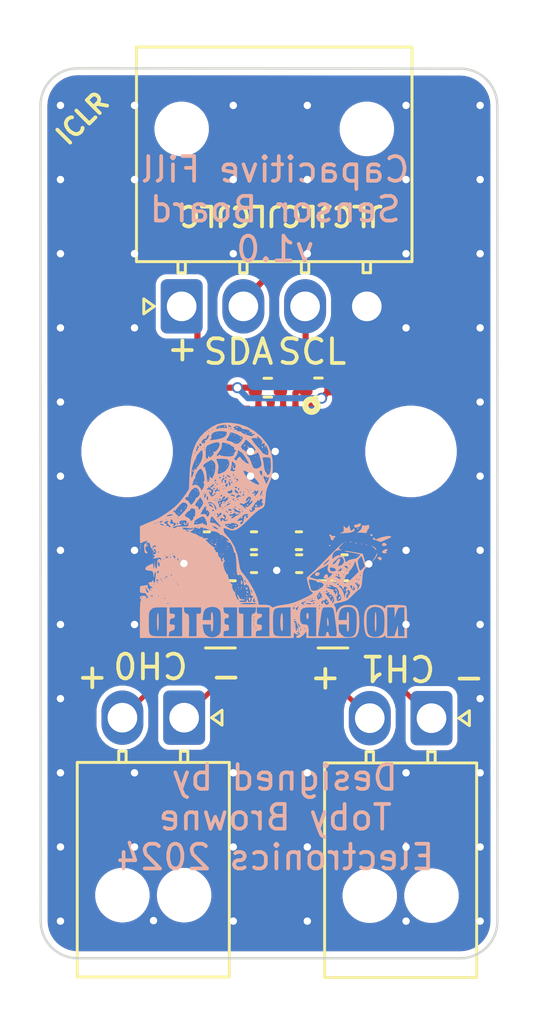
<source format=kicad_pcb>
(kicad_pcb (version 20240108) (generator "pcbnew") (generator_version "8.0")
  (layers (0 "F.Cu" signal) (31 "B.Cu" signal) (34 "B.Paste" user) (35 "F.Paste" user) (36 "B.SilkS" user "B.Silkscreen") (37 "F.SilkS" user "F.Silkscreen") (38 "B.Mask" user) (39 "F.Mask" user) (44 "Edge.Cuts" user))
  (net 0 "")
  (net 1 "VDD")
  (net 2 "GND")
  (net 3 "IN0+")
  (net 4 "IN0-")
  (net 5 "IN1+")
  (net 6 "IN1-")
  (net 7 "SDA")
  (net 8 "SCL")
  (footprint "Capacitor_SMD:C_0402_1005Metric" (layer "F.Cu") (at 108.64 64.04 180)
    (property "Reference" "C6")
    (property "Value" "18p" (hide yes))
    (pad "1" smd roundrect (at -0.48 0 180) (size 0.56 0.62) (layers "F.Cu" "F.Paste" "F.Mask") (net 2 "GND"))
    (pad "2" smd roundrect (at 0.48 0 180) (size 0.56 0.62) (layers "F.Cu" "F.Paste" "F.Mask") (net 4 "IN0-"))
  )
  (footprint "Connector_Molex:Molex_Nano-Fit_105313-xx04_1x04_P2.50mm_Horizontal" (layer "F.Cu") (at 105.71 53.63 90)
    (property "Reference" "J1" (hide yes))
    (property "Value" "Conn_01x04_Pin")
    (pad "" np_thru_hole circle (at 7.18 0 90) (size 1.7 1.7) (drill 1.7) (layers "*.Cu" "*.Mask"))
    (pad "" np_thru_hole circle (at 7.18 7.5 90) (size 1.7 1.7) (drill 1.7) (layers "*.Cu" "*.Mask"))
    (pad "1" thru_hole oval (at 0 7.5 90) (size 2.2 1.7) (drill 1.2) (layers "*.Cu" "*.Mask") (net 2 "GND"))
    (pad "2" thru_hole oval (at 0 5 90) (size 2.2 1.7) (drill 1.2) (layers "*.Cu" "*.Mask") (net 7 "SDA"))
    (pad "3" thru_hole oval (at 0 2.5 90) (size 2.2 1.7) (drill 1.2) (layers "*.Cu" "*.Mask") (net 8 "SCL"))
    (pad "4" thru_hole roundrect (at 0 0 90) (size 2.2 1.7) (drill 1.2) (layers "*.Cu" "*.Mask") (roundrect_rratio 0.147059) (net 1 "VDD"))
  )
  (footprint "Capacitor_SMD:C_0402_1005Metric" (layer "F.Cu") (at 106.73 63.11 180)
    (property "Reference" "C9")
    (property "Value" "0.1u")
    (pad "1" smd roundrect (at -0.48 0 180) (size 0.56 0.62) (layers "F.Cu" "F.Paste" "F.Mask") (net 1 "VDD"))
    (pad "2" smd roundrect (at 0.48 0 180) (size 0.56 0.62) (layers "F.Cu" "F.Paste" "F.Mask") (net 2 "GND"))
  )
  (footprint "Inductor_SMD:L_1210_3225Metric" (layer "F.Cu") (at 107.28 66.09)
    (property "Reference" "L1")
    (property "Value" "18u")
    (pad "1" smd roundrect (at -1.4 0) (size 1.25 2.65) (layers "F.Cu" "F.Paste" "F.Mask") (roundrect_rratio 0.2) (net 3 "IN0+"))
    (pad "2" smd roundrect (at 1.4 0) (size 1.25 2.65) (layers "F.Cu" "F.Paste" "F.Mask") (roundrect_rratio 0.2) (net 4 "IN0-"))
  )
  (footprint "Resistor_SMD:R_0402_1005Metric" (layer "F.Cu") (at 111.25 56.91 180)
    (property "Reference" "R3")
    (property "Value" "1k")
    (pad "1" smd roundrect (at -0.509999 0 180) (size 0.54 0.64) (layers "F.Cu" "F.Paste" "F.Mask") (net 1 "VDD"))
    (pad "2" smd roundrect (at 0.509999 0 180) (size 0.54 0.64) (layers "F.Cu" "F.Paste" "F.Mask") (net 8 "SCL"))
  )
  (footprint "Capacitor_SMD:C_0402_1005Metric" (layer "F.Cu") (at 108.639999 63.11)
    (property "Reference" "C3")
    (property "Value" "33p" (hide yes))
    (pad "1" smd roundrect (at -0.48 0) (size 0.56 0.62) (layers "F.Cu" "F.Paste" "F.Mask") (net 3 "IN0+"))
    (pad "2" smd roundrect (at 0.48 0) (size 0.56 0.62) (layers "F.Cu" "F.Paste" "F.Mask") (net 4 "IN0-"))
  )
  (footprint "MountingHole:MountingHole_3.2mm_M3_DIN965" (layer "F.Cu") (at 103.5 59.5)
    (property "Reference" "H1")
    (property "Value" "MountingHole")
    (pad "" np_thru_hole circle (at 0 0) (size 3.2 3.2) (drill 3.2) (layers "*.Cu" "*.Mask"))
  )
  (footprint "Capacitor_SMD:C_0402_1005Metric" (layer "F.Cu") (at 106.79 64.04 180)
    (property "Reference" "C5")
    (property "Value" "18p" (hide yes))
    (pad "1" smd roundrect (at -0.48 0 180) (size 0.56 0.62) (layers "F.Cu" "F.Paste" "F.Mask") (net 3 "IN0+"))
    (pad "2" smd roundrect (at 0.48 0 180) (size 0.56 0.62) (layers "F.Cu" "F.Paste" "F.Mask") (net 2 "GND"))
  )
  (footprint "Capacitor_SMD:C_0402_1005Metric" (layer "F.Cu") (at 112.31 64.04 180)
    (property "Reference" "C8")
    (property "Value" "18p" (hide yes))
    (pad "1" smd roundrect (at -0.48 0 180) (size 0.56 0.62) (layers "F.Cu" "F.Paste" "F.Mask") (net 2 "GND"))
    (pad "2" smd roundrect (at 0.48 0 180) (size 0.56 0.62) (layers "F.Cu" "F.Paste" "F.Mask") (net 6 "IN1-"))
  )
  (footprint "Inductor_SMD:L_1210_3225Metric" (layer "F.Cu") (at 111.84 66.09)
    (property "Reference" "L2")
    (property "Value" "18u")
    (pad "1" smd roundrect (at -1.4 0) (size 1.25 2.65) (layers "F.Cu" "F.Paste" "F.Mask") (roundrect_rratio 0.2) (net 5 "IN1+"))
    (pad "2" smd roundrect (at 1.4 0) (size 1.25 2.65) (layers "F.Cu" "F.Paste" "F.Mask") (roundrect_rratio 0.2) (net 6 "IN1-"))
  )
  (footprint "Connector_Molex:Molex_Nano-Fit_105313-xx02_1x02_P2.50mm_Horizontal" (layer "F.Cu") (at 115.83 70.29 -90)
    (property "Reference" "J4" (hide yes))
    (property "Value" "Conn_01x02_Pin")
    (pad "" np_thru_hole circle (at 7.18 0 270) (size 1.7 1.7) (drill 1.7) (layers "*.Cu" "*.Mask"))
    (pad "" np_thru_hole circle (at 7.18 2.5 270) (size 1.7 1.7) (drill 1.7) (layers "*.Cu" "*.Mask"))
    (pad "1" thru_hole oval (at 0 2.5 270) (size 2.2 1.7) (drill 1.2) (layers "*.Cu" "*.Mask") (net 5 "IN1+"))
    (pad "2" thru_hole roundrect (at 0 0 270) (size 2.2 1.7) (drill 1.2) (layers "*.Cu" "*.Mask") (roundrect_rratio 0.147059) (net 6 "IN1-"))
  )
  (footprint "Capacitor_SMD:C_0402_1005Metric" (layer "F.Cu") (at 105.35 63.16 -90)
    (property "Reference" "C10")
    (property "Value" "1u")
    (pad "1" smd roundrect (at -0.48 0 270) (size 0.56 0.62) (layers "F.Cu" "F.Paste" "F.Mask") (net 1 "VDD"))
    (pad "2" smd roundrect (at 0.48 0 270) (size 0.56 0.62) (layers "F.Cu" "F.Paste" "F.Mask") (net 2 "GND"))
  )
  (footprint "Capacitor_SMD:C_0402_1005Metric" (layer "F.Cu") (at 110.47 64.04 180)
    (property "Reference" "C7")
    (property "Value" "18p" (hide yes))
    (pad "1" smd roundrect (at -0.48 0 180) (size 0.56 0.62) (layers "F.Cu" "F.Paste" "F.Mask") (net 5 "IN1+"))
    (pad "2" smd roundrect (at 0.48 0 180) (size 0.56 0.62) (layers "F.Cu" "F.Paste" "F.Mask") (net 2 "GND"))
  )
  (footprint "iclr:SON50P400X400X100-13N" (layer "F.Cu") (at 109.07 60.02 -90)
    (property "Reference" "IC1")
    (property "Value" "FDC2212QDNTTQ1" (hide yes))
    (pad "1" smd rect (at -1.95 -1.25) (size 0.3 0.85) (layers "F.Cu" "F.Paste" "F.Mask") (net 8 "SCL"))
    (pad "2" smd rect (at -1.95 -0.75) (size 0.3 0.85) (layers "F.Cu" "F.Paste" "F.Mask") (net 7 "SDA"))
    (pad "3" smd rect (at -1.95 -0.25) (size 0.3 0.85) (layers "F.Cu" "F.Paste" "F.Mask") (net 2 "GND"))
    (pad "4" smd rect (at -1.95 0.25) (size 0.3 0.85) (layers "F.Cu" "F.Paste" "F.Mask") (net 1 "VDD"))
    (pad "5" smd rect (at -1.95 0.75) (size 0.3 0.85) (layers "F.Cu" "F.Paste" "F.Mask"))
    (pad "6" smd rect (at -1.95 1.25) (size 0.3 0.85) (layers "F.Cu" "F.Paste" "F.Mask") (net 2 "GND"))
    (pad "7" smd rect (at 1.95 1.25) (size 0.3 0.85) (layers "F.Cu" "F.Paste" "F.Mask") (net 1 "VDD"))
    (pad "8" smd rect (at 1.95 0.75) (size 0.3 0.85) (layers "F.Cu" "F.Paste" "F.Mask") (net 2 "GND"))
    (pad "9" smd rect (at 1.95 0.25) (size 0.3 0.85) (layers "F.Cu" "F.Paste" "F.Mask") (net 3 "IN0+"))
    (pad "10" smd rect (at 1.95 -0.25) (size 0.3 0.85) (layers "F.Cu" "F.Paste" "F.Mask") (net 4 "IN0-"))
    (pad "11" smd rect (at 1.95 -0.75) (size 0.3 0.85) (layers "F.Cu" "F.Paste" "F.Mask") (net 5 "IN1+"))
    (pad "12" smd rect (at 1.95 -1.25) (size 0.3 0.85) (layers "F.Cu" "F.Paste" "F.Mask") (net 6 "IN1-"))
    (pad "13" smd rect (at 0 0 270) (size 2.7 3.1) (layers "F.Cu" "F.Paste" "F.Mask") (net 2 "GND"))
  )
  (footprint "Capacitor_SMD:C_0402_1005Metric" (layer "F.Cu") (at 110.46 63.11)
    (property "Reference" "C4")
    (property "Value" "33p" (hide yes))
    (pad "1" smd roundrect (at -0.48 0) (size 0.56 0.62) (layers "F.Cu" "F.Paste" "F.Mask") (net 5 "IN1+"))
    (pad "2" smd roundrect (at 0.48 0) (size 0.56 0.62) (layers "F.Cu" "F.Paste" "F.Mask") (net 6 "IN1-"))
  )
  (footprint "MountingHole:MountingHole_3.2mm_M3_DIN965" (layer "F.Cu") (at 115 59.5)
    (property "Reference" "H2")
    (property "Value" "MountingHole")
    (pad "" np_thru_hole circle (at 0 0) (size 3.2 3.2) (drill 3.2) (layers "*.Cu" "*.Mask"))
  )
  (footprint "Connector_Molex:Molex_Nano-Fit_105313-xx02_1x02_P2.50mm_Horizontal" (layer "F.Cu") (at 105.81 70.27 -90)
    (property "Reference" "J3" (hide yes))
    (property "Value" "Conn_01x02_Pin")
    (pad "" np_thru_hole circle (at 7.18 0 270) (size 1.7 1.7) (drill 1.7) (layers "*.Cu" "*.Mask"))
    (pad "" np_thru_hole circle (at 7.18 2.5 270) (size 1.7 1.7) (drill 1.7) (layers "*.Cu" "*.Mask"))
    (pad "1" thru_hole oval (at 0 2.5 270) (size 2.2 1.7) (drill 1.2) (layers "*.Cu" "*.Mask") (net 3 "IN0+"))
    (pad "2" thru_hole roundrect (at 0 0 270) (size 2.2 1.7) (drill 1.2) (layers "*.Cu" "*.Mask") (roundrect_rratio 0.147059) (net 4 "IN0-"))
  )
  (footprint "Resistor_SMD:R_0402_1005Metric" (layer "F.Cu") (at 109.2 56.92)
    (property "Reference" "R4")
    (property "Value" "1k")
    (pad "1" smd roundrect (at -0.51 0) (size 0.54 0.64) (layers "F.Cu" "F.Paste" "F.Mask") (net 1 "VDD"))
    (pad "2" smd roundrect (at 0.51 0) (size 0.54 0.64) (layers "F.Cu" "F.Paste" "F.Mask") (net 7 "SDA"))
  )
  (footprint "iclr:nocap" (layer "B.Cu") (at 109.52 62.42 180)
    (property "Reference" "G***")
    (property "Value" "LOGO" (hide yes))
  )
  (gr_line (start 118.495619 45.50962) (end 118.5 78.5) (stroke (width 0.1)) (layer "Edge.Cuts"))
  (gr_line (start 100 78.5) (end 99.99038 45.50962) (stroke (width 0.1)) (layer "Edge.Cuts"))
  (gr_line (start 101.5 44) (end 117 44.014001) (stroke (width 0.1)) (layer "Edge.Cuts"))
  (gr_arc (start 118.5 78.5) (mid 118.06066 79.56066) (end 117 80) (stroke (width 0.1)) (layer "Edge.Cuts"))
  (gr_arc (start 117 44.014001) (mid 118.057569 44.452054) (end 118.495619 45.50962) (stroke (width 0.1)) (layer "Edge.Cuts"))
  (gr_line (start 117 80) (end 101.5 80) (stroke (width 0.1)) (layer "Edge.Cuts"))
  (gr_arc (start 99.99038 45.50962) (mid 100.432535 44.442144) (end 101.5 44) (stroke (width 0.1)) (layer "Edge.Cuts"))
  (gr_arc (start 101.5 80) (mid 100.439369 79.560631) (end 100 78.5) (stroke (width 0.1)) (layer "Edge.Cuts"))
  (gr_text "Capacitive Fill\nSensor Board\nv1.0" (at 109.5 51.9 0) (layer "B.SilkS") (effects (font (size 1 1)) (justify bottom mirror)))
  (gr_text "Designed by \nToby Browne\nElectronics 2024" (at 109.5 76.5 0) (layer "B.SilkS") (effects (font (size 1 1)) (justify bottom mirror)))
  (gr_text "JLCJLCJLCJLC" (at 113.98 49.49 180) (layer "F.SilkS") (effects (font (size 0.8 0.8) (thickness 0.1524) (bold yes)) (justify left bottom)))
  (gr_text "CH0\n" (at 106.05 67.55 180) (layer "F.SilkS") (effects (font (size 1 1) (thickness 0.153)) (justify left bottom)))
  (gr_text "CH1\n" (at 116.07 67.67 180) (layer "F.SilkS") (effects (font (size 1 1) (thickness 0.153)) (justify left bottom)))
  (gr_text "-" (at 116.63 69.2 0) (layer "F.SilkS") (effects (font (size 1 1) (thickness 0.153)) (justify left bottom)))
  (gr_text "+" (at 101.37 69.17 0) (layer "F.SilkS") (effects (font (size 1 1) (thickness 0.153)) (justify left bottom)))
  (gr_text "-" (at 106.79 69.16 0) (layer "F.SilkS") (effects (font (size 1 1) (thickness 0.153)) (justify left bottom)))
  (gr_text "+" (at 110.81 69.19 0) (layer "F.SilkS") (effects (font (size 1 1) (thickness 0.153)) (justify left bottom)))
  (gr_text "SCL" (at 109.508 56.05 0) (layer "F.SilkS") (effects (font (size 1 1) (thickness 0.153)) (justify left bottom)))
  (gr_text "SDA" (at 106.508 56.05 0) (layer "F.SilkS") (effects (font (size 1 1) (thickness 0.153)) (justify left bottom)))
  (gr_text "ICLR" (at 101.07 47.27 45) (layer "F.SilkS") (effects (font (size 0.74 0.74) (thickness 0.1524) (bold yes)) (justify left bottom)))
  (gr_text "+" (at 105.02 55.91 0) (layer "F.SilkS") (effects (font (size 1 1) (thickness 0.153)) (justify left bottom)))
  (segment (start 108.82 57.05) (end 108.69 56.92) (width 0.25) (layer "F.Cu") (net 1))
  (segment (start 106.35 56.31) (end 106.35 54.25) (width 0.25) (layer "F.Cu") (net 1))
  (segment (start 107.82 61.955) (end 107.055 61.955) (width 0.25) (layer "F.Cu") (net 1))
  (segment (start 106.35 54.25) (end 105.73 53.63) (width 0.25) (layer "F.Cu") (net 1))
  (segment (start 106.96 56.92) (end 106.35 56.31) (width 0.25) (layer "F.Cu") (net 1))
  (segment (start 106.35 61.25) (end 106.35 56.31) (width 0.25) (layer "F.Cu") (net 1))
  (segment (start 111.759999 56.964016) (end 111.378103 57.345912) (width 0.25) (layer "F.Cu") (net 1))
  (segment (start 107.055 61.955) (end 106.35 61.25) (width 0.25) (layer "F.Cu") (net 1))
  (segment (start 108.82 58.07) (end 108.82 57.05) (width 0.25) (layer "F.Cu") (net 1))
  (segment (start 107.97 56.92) (end 106.96 56.92) (width 0.25) (layer "F.Cu") (net 1))
  (segment (start 111.759999 56.91) (end 111.759999 56.964016) (width 0.25) (layer "F.Cu") (net 1))
  (segment (start 108.69 56.92) (end 107.97 56.92) (width 0.25) (layer "F.Cu") (net 1))
  (via (at 107.97 56.92) (size 0.45) (drill 0.3) (layers "F.Cu" "B.Cu") (net 1))
  (via (at 111.378103 57.345912) (size 0.45) (drill 0.3) (layers "F.Cu" "B.Cu") (net 1))
  (segment (start 108.395912 57.345912) (end 107.97 56.92) (width 0.25) (layer "B.Cu") (net 1))
  (segment (start 111.378103 57.345912) (end 108.395912 57.345912) (width 0.25) (layer "B.Cu") (net 1))
  (segment (start 109.32 58.07) (end 109.32 59.77) (width 0.25) (layer "F.Cu") (net 2))
  (segment (start 109.32 59.77) (end 109.07 60.02) (width 0.25) (layer "F.Cu") (net 2))
  (segment (start 107.82 58.77) (end 109.07 60.02) (width 0.25) (layer "F.Cu") (net 2))
  (segment (start 107.82 58.07) (end 107.82 58.77) (width 0.25) (layer "F.Cu") (net 2))
  (segment (start 108.32 60.77) (end 109.07 60.02) (width 0.25) (layer "F.Cu") (net 2))
  (segment (start 108.32 61.97) (end 108.32 60.77) (width 0.25) (layer "F.Cu") (net 2))
  (via (at 103.8 45.5) (size 0.45) (drill 0.3) (layers "F.Cu" "B.Cu") (net 2))
  (via (at 100.8 69.5) (size 0.45) (drill 0.3) (layers "F.Cu" "B.Cu") (net 2))
  (via (at 104.57 78.48) (size 0.45) (drill 0.3) (layers "F.Cu" "B.Cu") (net 2))
  (via (at 107.8 48.5) (size 0.45) (drill 0.3) (layers "F.Cu" "B.Cu") (net 2))
  (via (at 103.8 66.5) (size 0.45) (drill 0.3) (layers "F.Cu" "B.Cu") (net 2))
  (via (at 100.8 51.5) (size 0.45) (drill 0.3) (layers "F.Cu" "B.Cu") (net 2))
  (via (at 117.8 66.5) (size 0.45) (drill 0.3) (layers "F.Cu" "B.Cu") (net 2))
  (via (at 100.8 54.5) (size 0.45) (drill 0.3) (layers "F.Cu" "B.Cu") (net 2))
  (via (at 107.8 78.5) (size 0.45) (drill 0.3) (layers "F.Cu" "B.Cu") (net 2))
  (via (at 103.8 54.5) (size 0.45) (drill 0.3) (layers "F.Cu" "B.Cu") (net 2))
  (via (at 103.8 48.5) (size 0.45) (drill 0.3) (layers "F.Cu" "B.Cu") (net 2))
  (via (at 110.8 45.5) (size 0.45) (drill 0.3) (layers "F.Cu" "B.Cu") (net 2))
  (via (at 100.8 66.5) (size 0.45) (drill 0.3) (layers "F.Cu" "B.Cu") (net 2))
  (via (at 107.8 75.5) (size 0.45) (drill 0.3) (layers "F.Cu" "B.Cu") (net 2))
  (via (at 105.8 64.03) (size 0.45) (drill 0.3) (layers "F.Cu" "B.Cu") (net 2))
  (via (at 108.5 59.5) (size 0.45) (drill 0.3) (layers "F.Cu" "B.Cu") (net 2))
  (via (at 114.8 66.5) (size 0.45) (drill 0.3) (layers "F.Cu" "B.Cu") (net 2))
  (via (at 114.8 75.5) (size 0.45) (drill 0.3) (layers "F.Cu" "B.Cu") (net 2))
  (via (at 117.8 57.5) (size 0.45) (drill 0.3) (layers "F.Cu" "B.Cu") (net 2))
  (via (at 100.8 78.5) (size 0.45) (drill 0.3) (layers "F.Cu" "B.Cu") (net 2))
  (via (at 107.8 45.5) (size 0.45) (drill 0.3) (layers "F.Cu" "B.Cu") (net 2))
  (via (at 117.8 45.5) (size 0.45) (drill 0.3) (layers "F.Cu" "B.Cu") (net 2))
  (via (at 100.8 48.5) (size 0.45) (drill 0.3) (layers "F.Cu" "B.Cu") (net 2))
  (via (at 117.8 48.5) (size 0.45) (drill 0.3) (layers "F.Cu" "B.Cu") (net 2))
  (via (at 100.8 45.5) (size 0.45) (drill 0.3) (layers "F.Cu" "B.Cu") (net 2))
  (via (at 100.8 63.5) (size 0.45) (drill 0.3) (layers "F.Cu" "B.Cu") (net 2))
  (via (at 117.8 69.5) (size 0.45) (drill 0.3) (layers "F.Cu" "B.Cu") (net 2))
  (via (at 114.8 63.5) (size 0.45) (drill 0.3) (layers "F.Cu" "B.Cu") (net 2))
  (via (at 108.5 60.5) (size 0.45) (drill 0.3) (layers "F.Cu" "B.Cu") (net 2))
  (via (at 110.8 78.5) (size 0.45) (drill 0.3) (layers "F.Cu" "B.Cu") (net 2))
  (via (at 103.8 72.5) (size 0.45) (drill 0.3) (layers "F.Cu" "B.Cu") (net 2))
  (via (at 113.29 64.05) (size 0.45) (drill 0.3) (layers "F.Cu" "B.Cu") (net 2))
  (via (at 117.8 75.5) (size 0.45) (drill 0.3) (layers "F.Cu" "B.Cu") (net 2))
  (via (at 103.8 75.5) (size 0.45) (drill 0.3) (layers "F.Cu" "B.Cu") (net 2))
  (via (at 110.8 72.5) (size 0.45) (drill 0.3) (layers "F.Cu" "B.Cu") (net 2))
  (via (at 100.8 72.5) (size 0.45) (drill 0.3) (layers "F.Cu" "B.Cu") (net 2))
  (via (at 114.8 78.5) (size 0.45) (drill 0.3) (layers "F.Cu" "B.Cu") (net 2))
  (via (at 100.8 60.5) (size 0.45) (drill 0.3) (layers "F.Cu" "B.Cu") (net 2))
  (via (at 114.8 54.5) (size 0.45) (drill 0.3) (layers "F.Cu" "B.Cu") (net 2))
  (via (at 117.8 78.5) (size 0.45) (drill 0.3) (layers "F.Cu" "B.Cu") (net 2))
  (via (at 110.8 51.5) (size 0.45) (drill 0.3) (layers "F.Cu" "B.Cu") (net 2))
  (via (at 103.8 63.5) (size 0.45) (drill 0.3) (layers "F.Cu" "B.Cu") (net 2))
  (via (at 117.8 54.5) (size 0.45) (drill 0.3) (layers "F.Cu" "B.Cu") (net 2))
  (via (at 117.8 72.5) (size 0.45) (drill 0.3) (layers "F.Cu" "B.Cu") (net 2))
  (via (at 103.8 51.5) (size 0.45) (drill 0.3) (layers "F.Cu" "B.Cu") (net 2))
  (via (at 114.8 45.5) (size 0.45) (drill 0.3) (layers "F.Cu" "B.Cu") (net 2))
  (via (at 109.5 60.5) (size 0.45) (drill 0.3) (layers "F.Cu" "B.Cu") (net 2))
  (via (at 110.8 48.5) (size 0.45) (drill 0.3) (layers "F.Cu" "B.Cu") (net 2))
  (via (at 114.8 72.5) (size 0.45) (drill 0.3) (layers "F.Cu" "B.Cu") (net 2))
  (via (at 109.56 64.31) (size 0.45) (drill 0.3) (layers "F.Cu" "B.Cu") (net 2))
  (via (at 114.8 51.5) (size 0.45) (drill 0.3) (layers "F.Cu" "B.Cu") (net 2))
  (via (at 100.8 57.5) (size 0.45) (drill 0.3) (layers "F.Cu" "B.Cu") (net 2))
  (via (at 109.5 59.5) (size 0.45) (drill 0.3) (layers "F.Cu" "B.Cu") (net 2))
  (via (at 107.8 72.5) (size 0.45) (drill 0.3) (layers "F.Cu" "B.Cu") (net 2))
  (via (at 117.8 51.5) (size 0.45) (drill 0.3) (layers "F.Cu" "B.Cu") (net 2))
  (via (at 114.8 48.5) (size 0.45) (drill 0.3) (layers "F.Cu" "B.Cu") (net 2))
  (via (at 117.8 60.5) (size 0.45) (drill 0.3) (layers "F.Cu" "B.Cu") (net 2))
  (via (at 117.8 63.5) (size 0.45) (drill 0.3) (layers "F.Cu" "B.Cu") (net 2))
  (via (at 107.8 51.5) (size 0.45) (drill 0.3) (layers "F.Cu" "B.Cu") (net 2))
  (via (at 100.8 75.5) (size 0.45) (drill 0.3) (layers "F.Cu" "B.Cu") (net 2))
  (via (at 110.8 75.5) (size 0.45) (drill 0.3) (layers "F.Cu" "B.Cu") (net 2))
  (segment (start 105.88 67.7) (end 105.88 66.09) (width 0.2) (layer "F.Cu") (net 3))
  (segment (start 108.183865 63.11) (end 108.153866 63.11) (width 0.2) (layer "F.Cu") (net 3))
  (segment (start 108.153866 63.11) (end 107.27 63.993866) (width 0.2) (layer "F.Cu") (net 3))
  (segment (start 108.82 62.473865) (end 108.183865 63.11) (width 0.2) (layer "F.Cu") (net 3))
  (segment (start 107.27 63.993866) (end 107.27 64.04) (width 0.2) (layer "F.Cu") (net 3))
  (segment (start 108.82 61.97) (end 108.82 62.473865) (width 0.2) (layer "F.Cu") (net 3))
  (segment (start 105.81 66.16) (end 105.88 66.09) (width 0.2) (layer "F.Cu") (net 3))
  (segment (start 105.88 65.43) (end 105.88 66.09) (width 0.2) (layer "F.Cu") (net 3))
  (segment (start 107.27 64.04) (end 105.88 65.43) (width 0.2) (layer "F.Cu") (net 3))
  (segment (start 103.31 70.27) (end 105.88 67.7) (width 0.2) (layer "F.Cu") (net 3))
  (segment (start 105.81 70.27) (end 108.68 67.4) (width 0.2) (layer "F.Cu") (net 4))
  (segment (start 108.68 67.4) (end 108.68 66.09) (width 0.2) (layer "F.Cu") (net 4))
  (segment (start 108.183866 64.04) (end 108.16 64.04) (width 0.2) (layer "F.Cu") (net 4))
  (segment (start 108.31 64.19) (end 108.16 64.04) (width 0.2) (layer "F.Cu") (net 4))
  (segment (start 109.32 62.903866) (end 108.183866 64.04) (width 0.2) (layer "F.Cu") (net 4))
  (segment (start 109.32 61.97) (end 109.32 62.903866) (width 0.2) (layer "F.Cu") (net 4))
  (segment (start 110.44 66.09) (end 110.44 67.4) (width 0.2) (layer "F.Cu") (net 5))
  (segment (start 110.44 67.4) (end 113.33 70.29) (width 0.2) (layer "F.Cu") (net 5))
  (segment (start 110.81 64.18) (end 110.95 64.04) (width 0.2) (layer "F.Cu") (net 5))
  (segment (start 110.933866 64.04) (end 110.95 64.04) (width 0.2) (layer "F.Cu") (net 5))
  (segment (start 109.82 61.97) (end 109.82 62.926134) (width 0.2) (layer "F.Cu") (net 5))
  (segment (start 109.82 62.926134) (end 110.933866 64.04) (width 0.2) (layer "F.Cu") (net 5))
  (segment (start 113.33 70.29) (end 113.33 69.87) (width 0.2) (layer "F.Cu") (net 5))
  (segment (start 113.24 66.09) (end 113.24 67.7) (width 0.2) (layer "F.Cu") (net 6))
  (segment (start 110.956134 63.11) (end 111.83 63.983866) (width 0.2) (layer "F.Cu") (net 6))
  (segment (start 110.94 63.11) (end 110.956134 63.11) (width 0.2) (layer "F.Cu") (net 6))
  (segment (start 110.32 62.49) (end 110.94 63.11) (width 0.2) (layer "F.Cu") (net 6))
  (segment (start 113.24 66.09) (end 113.24 65.426134) (width 0.2) (layer "F.Cu") (net 6))
  (segment (start 111.83 63.983866) (end 111.83 64.04) (width 0.2) (layer "F.Cu") (net 6))
  (segment (start 113.31 66.16) (end 113.24 66.09) (width 0.2) (layer "F.Cu") (net 6))
  (segment (start 113.24 67.7) (end 115.83 70.29) (width 0.2) (layer "F.Cu") (net 6))
  (segment (start 111.853866 64.04) (end 111.83 64.04) (width 0.2) (layer "F.Cu") (net 6))
  (segment (start 113.24 65.426134) (end 111.853866 64.04) (width 0.2) (layer "F.Cu") (net 6))
  (segment (start 110.32 61.97) (end 110.32 62.49) (width 0.2) (layer "F.Cu") (net 6))
  (segment (start 109.82 58.07) (end 109.82 56.83) (width 0.25) (layer "F.Cu") (net 7))
  (segment (start 109.82 56.83) (end 110.73 55.92) (width 0.25) (layer "F.Cu") (net 7))
  (segment (start 110.73 55.92) (end 110.73 53.63) (width 0.25) (layer "F.Cu") (net 7))
  (segment (start 111.933 52.733) (end 111.933 55.517001) (width 0.25) (layer "F.Cu") (net 8))
  (segment (start 109.49 52.11) (end 111.31 52.11) (width 0.25) (layer "F.Cu") (net 8))
  (segment (start 110.32 57.130001) (end 110.32 58.085) (width 0.25) (layer "F.Cu") (net 8))
  (segment (start 108.21 53.39) (end 109.49 52.11) (width 0.25) (layer "F.Cu") (net 8))
  (segment (start 111.933 55.517001) (end 110.32 57.130001) (width 0.25) (layer "F.Cu") (net 8))
  (segment (start 111.31 52.11) (end 111.933 52.733) (width 0.25) (layer "F.Cu") (net 8))
  (segment (start 108.21 53.63) (end 108.21 53.39) (width 0.25) (layer "F.Cu") (net 8))
  (zone (net 0) (net_name "") (layer "F.Cu") (connect_pads yes (clearance 0)) (min_thickness 0.25)
    (keepout (tracks not_allowed) (vias not_allowed) (pads allowed) (copperpour not_allowed) (footprints allowed))
    (fill (thermal_gap 0.5) (thermal_bridge_width 0.5))
    (polygon (pts (xy 111.1 67.6) (xy 112.6 67.6) (xy 112.6 67.3) (xy 111.1 67.3)))
  )
  (zone (net 0) (net_name "") (layer "F.Cu") (connect_pads yes (clearance 0)) (min_thickness 0.25)
    (keepout (tracks not_allowed) (vias not_allowed) (pads allowed) (copperpour not_allowed) (footprints allowed))
    (fill (thermal_gap 0.5) (thermal_bridge_width 0.5))
    (polygon (pts (xy 106.5 67.6) (xy 108 67.6) (xy 108 67.3) (xy 106.5 67.3)))
  )
  (zone (net 2) (net_name "GND") (layer "F.Cu") (connect_pads yes (clearance 0.127)) (min_thickness 0.25) (fill yes (thermal_gap 0.5) (thermal_bridge_width 0.5))
    (polygon (pts (xy 118.5 80) (xy 118.5 44) (xy 100 44) (xy 100 80)))
  )
  (zone (net 1) (net_name "VDD") (layer "F.Cu") (priority 2) (connect_pads yes (clearance 0.127)) (min_thickness 0.25) (fill yes (thermal_gap 0.5) (thermal_bridge_width 0.5))
    (polygon (pts (xy 104.9 62.6) (xy 106.9 62.6) (xy 106.9 63.5) (xy 107.6 63.5) (xy 108.1 63) (xy 108.1 61.6) (xy 104.9 61.6)))
  )
  (zone (net 2) (net_name "GND") (layer "B.Cu") (priority 1) (connect_pads yes (clearance 0.127)) (min_thickness 0.25) (fill yes (thermal_gap 0.5) (thermal_bridge_width 0.5))
    (polygon (pts (xy 118.5 80) (xy 118.5 44) (xy 100 44) (xy 100 80)))
  )
)
</source>
